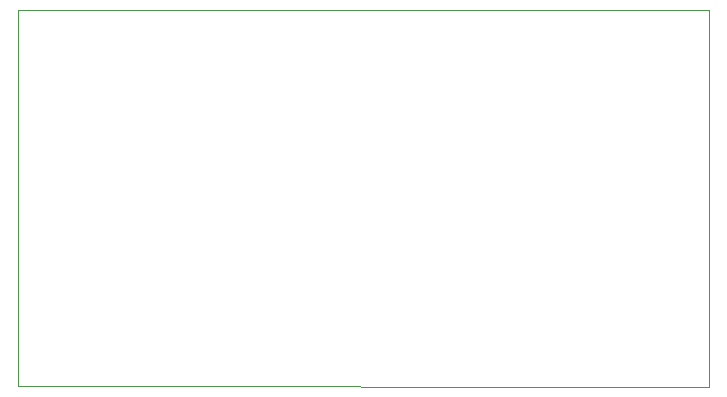
<source format=gbr>
G04 #@! TF.GenerationSoftware,KiCad,Pcbnew,(5.1.5-0)*
G04 #@! TF.CreationDate,2020-04-26T22:39:23-07:00*
G04 #@! TF.ProjectId,Solar-Battery-Charger,536f6c61-722d-4426-9174-746572792d43,rev?*
G04 #@! TF.SameCoordinates,Original*
G04 #@! TF.FileFunction,Profile,NP*
%FSLAX46Y46*%
G04 Gerber Fmt 4.6, Leading zero omitted, Abs format (unit mm)*
G04 Created by KiCad (PCBNEW (5.1.5-0)) date 2020-04-26 22:39:23*
%MOMM*%
%LPD*%
G04 APERTURE LIST*
%ADD10C,0.100000*%
G04 APERTURE END LIST*
D10*
X235915200Y-88442800D02*
X235864400Y-120345200D01*
X177393600Y-88442800D02*
X235915200Y-88442800D01*
X177393600Y-120243600D02*
X177393600Y-88442800D01*
X235864400Y-120345200D02*
X177393600Y-120243600D01*
M02*

</source>
